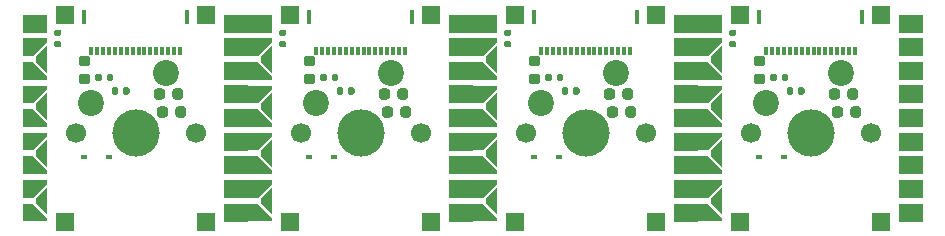
<source format=gbs>
%TF.GenerationSoftware,KiCad,Pcbnew,(5.1.9)-1*%
%TF.CreationDate,2021-10-01T07:45:35+02:00*%
%TF.ProjectId,poly_kb_1Ux4,706f6c79-5f6b-4625-9f31-5578342e6b69,rev?*%
%TF.SameCoordinates,Original*%
%TF.FileFunction,Soldermask,Bot*%
%TF.FilePolarity,Negative*%
%FSLAX46Y46*%
G04 Gerber Fmt 4.6, Leading zero omitted, Abs format (unit mm)*
G04 Created by KiCad (PCBNEW (5.1.9)-1) date 2021-10-01 07:45:35*
%MOMM*%
%LPD*%
G01*
G04 APERTURE LIST*
%ADD10R,2.000000X1.500000*%
%ADD11C,0.127000*%
%ADD12R,0.300000X0.650000*%
%ADD13R,0.300000X1.150000*%
%ADD14C,1.700000*%
%ADD15C,4.000000*%
%ADD16C,2.200000*%
%ADD17R,1.500000X1.500000*%
%ADD18R,0.600000X0.450000*%
G04 APERTURE END LIST*
%TO.C,C1*%
G36*
G01*
X166388500Y-94174500D02*
X166388500Y-94674500D01*
G75*
G02*
X166163500Y-94899500I-225000J0D01*
G01*
X165713500Y-94899500D01*
G75*
G02*
X165488500Y-94674500I0J225000D01*
G01*
X165488500Y-94174500D01*
G75*
G02*
X165713500Y-93949500I225000J0D01*
G01*
X166163500Y-93949500D01*
G75*
G02*
X166388500Y-94174500I0J-225000D01*
G01*
G37*
G36*
G01*
X164838500Y-94174500D02*
X164838500Y-94674500D01*
G75*
G02*
X164613500Y-94899500I-225000J0D01*
G01*
X164163500Y-94899500D01*
G75*
G02*
X163938500Y-94674500I0J225000D01*
G01*
X163938500Y-94174500D01*
G75*
G02*
X164163500Y-93949500I225000J0D01*
G01*
X164613500Y-93949500D01*
G75*
G02*
X164838500Y-94174500I0J-225000D01*
G01*
G37*
%TD*%
%TO.C,C1*%
G36*
G01*
X147338500Y-94174500D02*
X147338500Y-94674500D01*
G75*
G02*
X147113500Y-94899500I-225000J0D01*
G01*
X146663500Y-94899500D01*
G75*
G02*
X146438500Y-94674500I0J225000D01*
G01*
X146438500Y-94174500D01*
G75*
G02*
X146663500Y-93949500I225000J0D01*
G01*
X147113500Y-93949500D01*
G75*
G02*
X147338500Y-94174500I0J-225000D01*
G01*
G37*
G36*
G01*
X145788500Y-94174500D02*
X145788500Y-94674500D01*
G75*
G02*
X145563500Y-94899500I-225000J0D01*
G01*
X145113500Y-94899500D01*
G75*
G02*
X144888500Y-94674500I0J225000D01*
G01*
X144888500Y-94174500D01*
G75*
G02*
X145113500Y-93949500I225000J0D01*
G01*
X145563500Y-93949500D01*
G75*
G02*
X145788500Y-94174500I0J-225000D01*
G01*
G37*
%TD*%
%TO.C,C1*%
G36*
G01*
X128288500Y-94174500D02*
X128288500Y-94674500D01*
G75*
G02*
X128063500Y-94899500I-225000J0D01*
G01*
X127613500Y-94899500D01*
G75*
G02*
X127388500Y-94674500I0J225000D01*
G01*
X127388500Y-94174500D01*
G75*
G02*
X127613500Y-93949500I225000J0D01*
G01*
X128063500Y-93949500D01*
G75*
G02*
X128288500Y-94174500I0J-225000D01*
G01*
G37*
G36*
G01*
X126738500Y-94174500D02*
X126738500Y-94674500D01*
G75*
G02*
X126513500Y-94899500I-225000J0D01*
G01*
X126063500Y-94899500D01*
G75*
G02*
X125838500Y-94674500I0J225000D01*
G01*
X125838500Y-94174500D01*
G75*
G02*
X126063500Y-93949500I225000J0D01*
G01*
X126513500Y-93949500D01*
G75*
G02*
X126738500Y-94174500I0J-225000D01*
G01*
G37*
%TD*%
%TO.C,C3*%
G36*
G01*
X155681500Y-88961500D02*
X155341500Y-88961500D01*
G75*
G02*
X155201500Y-88821500I0J140000D01*
G01*
X155201500Y-88541500D01*
G75*
G02*
X155341500Y-88401500I140000J0D01*
G01*
X155681500Y-88401500D01*
G75*
G02*
X155821500Y-88541500I0J-140000D01*
G01*
X155821500Y-88821500D01*
G75*
G02*
X155681500Y-88961500I-140000J0D01*
G01*
G37*
G36*
G01*
X155681500Y-88001500D02*
X155341500Y-88001500D01*
G75*
G02*
X155201500Y-87861500I0J140000D01*
G01*
X155201500Y-87581500D01*
G75*
G02*
X155341500Y-87441500I140000J0D01*
G01*
X155681500Y-87441500D01*
G75*
G02*
X155821500Y-87581500I0J-140000D01*
G01*
X155821500Y-87861500D01*
G75*
G02*
X155681500Y-88001500I-140000J0D01*
G01*
G37*
%TD*%
%TO.C,C3*%
G36*
G01*
X136631500Y-88961500D02*
X136291500Y-88961500D01*
G75*
G02*
X136151500Y-88821500I0J140000D01*
G01*
X136151500Y-88541500D01*
G75*
G02*
X136291500Y-88401500I140000J0D01*
G01*
X136631500Y-88401500D01*
G75*
G02*
X136771500Y-88541500I0J-140000D01*
G01*
X136771500Y-88821500D01*
G75*
G02*
X136631500Y-88961500I-140000J0D01*
G01*
G37*
G36*
G01*
X136631500Y-88001500D02*
X136291500Y-88001500D01*
G75*
G02*
X136151500Y-87861500I0J140000D01*
G01*
X136151500Y-87581500D01*
G75*
G02*
X136291500Y-87441500I140000J0D01*
G01*
X136631500Y-87441500D01*
G75*
G02*
X136771500Y-87581500I0J-140000D01*
G01*
X136771500Y-87861500D01*
G75*
G02*
X136631500Y-88001500I-140000J0D01*
G01*
G37*
%TD*%
%TO.C,C3*%
G36*
G01*
X117581500Y-88961500D02*
X117241500Y-88961500D01*
G75*
G02*
X117101500Y-88821500I0J140000D01*
G01*
X117101500Y-88541500D01*
G75*
G02*
X117241500Y-88401500I140000J0D01*
G01*
X117581500Y-88401500D01*
G75*
G02*
X117721500Y-88541500I0J-140000D01*
G01*
X117721500Y-88821500D01*
G75*
G02*
X117581500Y-88961500I-140000J0D01*
G01*
G37*
G36*
G01*
X117581500Y-88001500D02*
X117241500Y-88001500D01*
G75*
G02*
X117101500Y-87861500I0J140000D01*
G01*
X117101500Y-87581500D01*
G75*
G02*
X117241500Y-87441500I140000J0D01*
G01*
X117581500Y-87441500D01*
G75*
G02*
X117721500Y-87581500I0J-140000D01*
G01*
X117721500Y-87861500D01*
G75*
G02*
X117581500Y-88001500I-140000J0D01*
G01*
G37*
%TD*%
%TO.C,C5*%
G36*
G01*
X158716500Y-91673500D02*
X158716500Y-91333500D01*
G75*
G02*
X158856500Y-91193500I140000J0D01*
G01*
X159136500Y-91193500D01*
G75*
G02*
X159276500Y-91333500I0J-140000D01*
G01*
X159276500Y-91673500D01*
G75*
G02*
X159136500Y-91813500I-140000J0D01*
G01*
X158856500Y-91813500D01*
G75*
G02*
X158716500Y-91673500I0J140000D01*
G01*
G37*
G36*
G01*
X159676500Y-91673500D02*
X159676500Y-91333500D01*
G75*
G02*
X159816500Y-91193500I140000J0D01*
G01*
X160096500Y-91193500D01*
G75*
G02*
X160236500Y-91333500I0J-140000D01*
G01*
X160236500Y-91673500D01*
G75*
G02*
X160096500Y-91813500I-140000J0D01*
G01*
X159816500Y-91813500D01*
G75*
G02*
X159676500Y-91673500I0J140000D01*
G01*
G37*
%TD*%
%TO.C,C5*%
G36*
G01*
X139666500Y-91673500D02*
X139666500Y-91333500D01*
G75*
G02*
X139806500Y-91193500I140000J0D01*
G01*
X140086500Y-91193500D01*
G75*
G02*
X140226500Y-91333500I0J-140000D01*
G01*
X140226500Y-91673500D01*
G75*
G02*
X140086500Y-91813500I-140000J0D01*
G01*
X139806500Y-91813500D01*
G75*
G02*
X139666500Y-91673500I0J140000D01*
G01*
G37*
G36*
G01*
X140626500Y-91673500D02*
X140626500Y-91333500D01*
G75*
G02*
X140766500Y-91193500I140000J0D01*
G01*
X141046500Y-91193500D01*
G75*
G02*
X141186500Y-91333500I0J-140000D01*
G01*
X141186500Y-91673500D01*
G75*
G02*
X141046500Y-91813500I-140000J0D01*
G01*
X140766500Y-91813500D01*
G75*
G02*
X140626500Y-91673500I0J140000D01*
G01*
G37*
%TD*%
%TO.C,C5*%
G36*
G01*
X120616500Y-91673500D02*
X120616500Y-91333500D01*
G75*
G02*
X120756500Y-91193500I140000J0D01*
G01*
X121036500Y-91193500D01*
G75*
G02*
X121176500Y-91333500I0J-140000D01*
G01*
X121176500Y-91673500D01*
G75*
G02*
X121036500Y-91813500I-140000J0D01*
G01*
X120756500Y-91813500D01*
G75*
G02*
X120616500Y-91673500I0J140000D01*
G01*
G37*
G36*
G01*
X121576500Y-91673500D02*
X121576500Y-91333500D01*
G75*
G02*
X121716500Y-91193500I140000J0D01*
G01*
X121996500Y-91193500D01*
G75*
G02*
X122136500Y-91333500I0J-140000D01*
G01*
X122136500Y-91673500D01*
G75*
G02*
X121996500Y-91813500I-140000J0D01*
G01*
X121716500Y-91813500D01*
G75*
G02*
X121576500Y-91673500I0J140000D01*
G01*
G37*
%TD*%
%TO.C,C6*%
G36*
G01*
X160085500Y-92816500D02*
X160085500Y-92476500D01*
G75*
G02*
X160225500Y-92336500I140000J0D01*
G01*
X160505500Y-92336500D01*
G75*
G02*
X160645500Y-92476500I0J-140000D01*
G01*
X160645500Y-92816500D01*
G75*
G02*
X160505500Y-92956500I-140000J0D01*
G01*
X160225500Y-92956500D01*
G75*
G02*
X160085500Y-92816500I0J140000D01*
G01*
G37*
G36*
G01*
X161045500Y-92816500D02*
X161045500Y-92476500D01*
G75*
G02*
X161185500Y-92336500I140000J0D01*
G01*
X161465500Y-92336500D01*
G75*
G02*
X161605500Y-92476500I0J-140000D01*
G01*
X161605500Y-92816500D01*
G75*
G02*
X161465500Y-92956500I-140000J0D01*
G01*
X161185500Y-92956500D01*
G75*
G02*
X161045500Y-92816500I0J140000D01*
G01*
G37*
%TD*%
%TO.C,C6*%
G36*
G01*
X141035500Y-92816500D02*
X141035500Y-92476500D01*
G75*
G02*
X141175500Y-92336500I140000J0D01*
G01*
X141455500Y-92336500D01*
G75*
G02*
X141595500Y-92476500I0J-140000D01*
G01*
X141595500Y-92816500D01*
G75*
G02*
X141455500Y-92956500I-140000J0D01*
G01*
X141175500Y-92956500D01*
G75*
G02*
X141035500Y-92816500I0J140000D01*
G01*
G37*
G36*
G01*
X141995500Y-92816500D02*
X141995500Y-92476500D01*
G75*
G02*
X142135500Y-92336500I140000J0D01*
G01*
X142415500Y-92336500D01*
G75*
G02*
X142555500Y-92476500I0J-140000D01*
G01*
X142555500Y-92816500D01*
G75*
G02*
X142415500Y-92956500I-140000J0D01*
G01*
X142135500Y-92956500D01*
G75*
G02*
X141995500Y-92816500I0J140000D01*
G01*
G37*
%TD*%
%TO.C,C6*%
G36*
G01*
X121985500Y-92816500D02*
X121985500Y-92476500D01*
G75*
G02*
X122125500Y-92336500I140000J0D01*
G01*
X122405500Y-92336500D01*
G75*
G02*
X122545500Y-92476500I0J-140000D01*
G01*
X122545500Y-92816500D01*
G75*
G02*
X122405500Y-92956500I-140000J0D01*
G01*
X122125500Y-92956500D01*
G75*
G02*
X121985500Y-92816500I0J140000D01*
G01*
G37*
G36*
G01*
X122945500Y-92816500D02*
X122945500Y-92476500D01*
G75*
G02*
X123085500Y-92336500I140000J0D01*
G01*
X123365500Y-92336500D01*
G75*
G02*
X123505500Y-92476500I0J-140000D01*
G01*
X123505500Y-92816500D01*
G75*
G02*
X123365500Y-92956500I-140000J0D01*
G01*
X123085500Y-92956500D01*
G75*
G02*
X122945500Y-92816500I0J140000D01*
G01*
G37*
%TD*%
%TO.C,C2*%
G36*
G01*
X158047500Y-92093500D02*
X157547500Y-92093500D01*
G75*
G02*
X157322500Y-91868500I0J225000D01*
G01*
X157322500Y-91418500D01*
G75*
G02*
X157547500Y-91193500I225000J0D01*
G01*
X158047500Y-91193500D01*
G75*
G02*
X158272500Y-91418500I0J-225000D01*
G01*
X158272500Y-91868500D01*
G75*
G02*
X158047500Y-92093500I-225000J0D01*
G01*
G37*
G36*
G01*
X158047500Y-90543500D02*
X157547500Y-90543500D01*
G75*
G02*
X157322500Y-90318500I0J225000D01*
G01*
X157322500Y-89868500D01*
G75*
G02*
X157547500Y-89643500I225000J0D01*
G01*
X158047500Y-89643500D01*
G75*
G02*
X158272500Y-89868500I0J-225000D01*
G01*
X158272500Y-90318500D01*
G75*
G02*
X158047500Y-90543500I-225000J0D01*
G01*
G37*
%TD*%
%TO.C,C2*%
G36*
G01*
X138997500Y-92093500D02*
X138497500Y-92093500D01*
G75*
G02*
X138272500Y-91868500I0J225000D01*
G01*
X138272500Y-91418500D01*
G75*
G02*
X138497500Y-91193500I225000J0D01*
G01*
X138997500Y-91193500D01*
G75*
G02*
X139222500Y-91418500I0J-225000D01*
G01*
X139222500Y-91868500D01*
G75*
G02*
X138997500Y-92093500I-225000J0D01*
G01*
G37*
G36*
G01*
X138997500Y-90543500D02*
X138497500Y-90543500D01*
G75*
G02*
X138272500Y-90318500I0J225000D01*
G01*
X138272500Y-89868500D01*
G75*
G02*
X138497500Y-89643500I225000J0D01*
G01*
X138997500Y-89643500D01*
G75*
G02*
X139222500Y-89868500I0J-225000D01*
G01*
X139222500Y-90318500D01*
G75*
G02*
X138997500Y-90543500I-225000J0D01*
G01*
G37*
%TD*%
%TO.C,C2*%
G36*
G01*
X119947500Y-92093500D02*
X119447500Y-92093500D01*
G75*
G02*
X119222500Y-91868500I0J225000D01*
G01*
X119222500Y-91418500D01*
G75*
G02*
X119447500Y-91193500I225000J0D01*
G01*
X119947500Y-91193500D01*
G75*
G02*
X120172500Y-91418500I0J-225000D01*
G01*
X120172500Y-91868500D01*
G75*
G02*
X119947500Y-92093500I-225000J0D01*
G01*
G37*
G36*
G01*
X119947500Y-90543500D02*
X119447500Y-90543500D01*
G75*
G02*
X119222500Y-90318500I0J225000D01*
G01*
X119222500Y-89868500D01*
G75*
G02*
X119447500Y-89643500I225000J0D01*
G01*
X119947500Y-89643500D01*
G75*
G02*
X120172500Y-89868500I0J-225000D01*
G01*
X120172500Y-90318500D01*
G75*
G02*
X119947500Y-90543500I-225000J0D01*
G01*
G37*
%TD*%
D10*
%TO.C,J5*%
X153606500Y-86932500D03*
D11*
G36*
X154606500Y-88182500D02*
G01*
X154606500Y-88482500D01*
X153406500Y-89682500D01*
X152606500Y-89682500D01*
X152606500Y-88182500D01*
X154606500Y-88182500D01*
G37*
G36*
X153406500Y-90182500D02*
G01*
X154606500Y-91382500D01*
X154606500Y-91682500D01*
X152606500Y-91682500D01*
X152606500Y-90182500D01*
X153406500Y-90182500D01*
G37*
G36*
X154606500Y-92182500D02*
G01*
X154606500Y-92482500D01*
X153406500Y-93682500D01*
X152606500Y-93682500D01*
X152606500Y-92182500D01*
X154606500Y-92182500D01*
G37*
G36*
X153406500Y-94182500D02*
G01*
X154606500Y-95382500D01*
X154606500Y-95682500D01*
X152606500Y-95682500D01*
X152606500Y-94182500D01*
X153406500Y-94182500D01*
G37*
G36*
X154606500Y-96182500D02*
G01*
X154606500Y-96482500D01*
X153406500Y-97682500D01*
X152606500Y-97682500D01*
X152606500Y-96182500D01*
X154606500Y-96182500D01*
G37*
G36*
X153406500Y-98182500D02*
G01*
X154606500Y-99382500D01*
X154606500Y-99682500D01*
X152606500Y-99682500D01*
X152606500Y-98182500D01*
X153406500Y-98182500D01*
G37*
G36*
X154606500Y-100182500D02*
G01*
X154606500Y-100482500D01*
X153406500Y-101682500D01*
X152606500Y-101682500D01*
X152606500Y-100182500D01*
X154606500Y-100182500D01*
G37*
G36*
X153406500Y-102182500D02*
G01*
X154606500Y-103382500D01*
X154606500Y-103682500D01*
X152606500Y-103682500D01*
X152606500Y-102182500D01*
X153406500Y-102182500D01*
G37*
G36*
X153706500Y-90182500D02*
G01*
X153706500Y-89682500D01*
X154606500Y-88782500D01*
X154606500Y-91082500D01*
X153706500Y-90182500D01*
G37*
G36*
X153706500Y-94182500D02*
G01*
X153706500Y-93682500D01*
X154606500Y-92782500D01*
X154606500Y-95082500D01*
X153706500Y-94182500D01*
G37*
G36*
X153706500Y-98182500D02*
G01*
X153706500Y-97682500D01*
X154606500Y-96782500D01*
X154606500Y-99082500D01*
X153706500Y-98182500D01*
G37*
G36*
X153706500Y-102182500D02*
G01*
X153706500Y-101682500D01*
X154606500Y-100782500D01*
X154606500Y-103082500D01*
X153706500Y-102182500D01*
G37*
%TD*%
D10*
%TO.C,J5*%
X134556500Y-86932500D03*
D11*
G36*
X135556500Y-88182500D02*
G01*
X135556500Y-88482500D01*
X134356500Y-89682500D01*
X133556500Y-89682500D01*
X133556500Y-88182500D01*
X135556500Y-88182500D01*
G37*
G36*
X134356500Y-90182500D02*
G01*
X135556500Y-91382500D01*
X135556500Y-91682500D01*
X133556500Y-91682500D01*
X133556500Y-90182500D01*
X134356500Y-90182500D01*
G37*
G36*
X135556500Y-92182500D02*
G01*
X135556500Y-92482500D01*
X134356500Y-93682500D01*
X133556500Y-93682500D01*
X133556500Y-92182500D01*
X135556500Y-92182500D01*
G37*
G36*
X134356500Y-94182500D02*
G01*
X135556500Y-95382500D01*
X135556500Y-95682500D01*
X133556500Y-95682500D01*
X133556500Y-94182500D01*
X134356500Y-94182500D01*
G37*
G36*
X135556500Y-96182500D02*
G01*
X135556500Y-96482500D01*
X134356500Y-97682500D01*
X133556500Y-97682500D01*
X133556500Y-96182500D01*
X135556500Y-96182500D01*
G37*
G36*
X134356500Y-98182500D02*
G01*
X135556500Y-99382500D01*
X135556500Y-99682500D01*
X133556500Y-99682500D01*
X133556500Y-98182500D01*
X134356500Y-98182500D01*
G37*
G36*
X135556500Y-100182500D02*
G01*
X135556500Y-100482500D01*
X134356500Y-101682500D01*
X133556500Y-101682500D01*
X133556500Y-100182500D01*
X135556500Y-100182500D01*
G37*
G36*
X134356500Y-102182500D02*
G01*
X135556500Y-103382500D01*
X135556500Y-103682500D01*
X133556500Y-103682500D01*
X133556500Y-102182500D01*
X134356500Y-102182500D01*
G37*
G36*
X134656500Y-90182500D02*
G01*
X134656500Y-89682500D01*
X135556500Y-88782500D01*
X135556500Y-91082500D01*
X134656500Y-90182500D01*
G37*
G36*
X134656500Y-94182500D02*
G01*
X134656500Y-93682500D01*
X135556500Y-92782500D01*
X135556500Y-95082500D01*
X134656500Y-94182500D01*
G37*
G36*
X134656500Y-98182500D02*
G01*
X134656500Y-97682500D01*
X135556500Y-96782500D01*
X135556500Y-99082500D01*
X134656500Y-98182500D01*
G37*
G36*
X134656500Y-102182500D02*
G01*
X134656500Y-101682500D01*
X135556500Y-100782500D01*
X135556500Y-103082500D01*
X134656500Y-102182500D01*
G37*
%TD*%
D10*
%TO.C,J5*%
X115506500Y-86932500D03*
D11*
G36*
X116506500Y-88182500D02*
G01*
X116506500Y-88482500D01*
X115306500Y-89682500D01*
X114506500Y-89682500D01*
X114506500Y-88182500D01*
X116506500Y-88182500D01*
G37*
G36*
X115306500Y-90182500D02*
G01*
X116506500Y-91382500D01*
X116506500Y-91682500D01*
X114506500Y-91682500D01*
X114506500Y-90182500D01*
X115306500Y-90182500D01*
G37*
G36*
X116506500Y-92182500D02*
G01*
X116506500Y-92482500D01*
X115306500Y-93682500D01*
X114506500Y-93682500D01*
X114506500Y-92182500D01*
X116506500Y-92182500D01*
G37*
G36*
X115306500Y-94182500D02*
G01*
X116506500Y-95382500D01*
X116506500Y-95682500D01*
X114506500Y-95682500D01*
X114506500Y-94182500D01*
X115306500Y-94182500D01*
G37*
G36*
X116506500Y-96182500D02*
G01*
X116506500Y-96482500D01*
X115306500Y-97682500D01*
X114506500Y-97682500D01*
X114506500Y-96182500D01*
X116506500Y-96182500D01*
G37*
G36*
X115306500Y-98182500D02*
G01*
X116506500Y-99382500D01*
X116506500Y-99682500D01*
X114506500Y-99682500D01*
X114506500Y-98182500D01*
X115306500Y-98182500D01*
G37*
G36*
X116506500Y-100182500D02*
G01*
X116506500Y-100482500D01*
X115306500Y-101682500D01*
X114506500Y-101682500D01*
X114506500Y-100182500D01*
X116506500Y-100182500D01*
G37*
G36*
X115306500Y-102182500D02*
G01*
X116506500Y-103382500D01*
X116506500Y-103682500D01*
X114506500Y-103682500D01*
X114506500Y-102182500D01*
X115306500Y-102182500D01*
G37*
G36*
X115606500Y-90182500D02*
G01*
X115606500Y-89682500D01*
X116506500Y-88782500D01*
X116506500Y-91082500D01*
X115606500Y-90182500D01*
G37*
G36*
X115606500Y-94182500D02*
G01*
X115606500Y-93682500D01*
X116506500Y-92782500D01*
X116506500Y-95082500D01*
X115606500Y-94182500D01*
G37*
G36*
X115606500Y-98182500D02*
G01*
X115606500Y-97682500D01*
X116506500Y-96782500D01*
X116506500Y-99082500D01*
X115606500Y-98182500D01*
G37*
G36*
X115606500Y-102182500D02*
G01*
X115606500Y-101682500D01*
X116506500Y-100782500D01*
X116506500Y-103082500D01*
X115606500Y-102182500D01*
G37*
%TD*%
D12*
%TO.C,J1*%
X158365500Y-89217500D03*
X158865500Y-89217500D03*
X159365500Y-89217500D03*
X159865500Y-89217500D03*
X160365500Y-89217500D03*
X160865500Y-89217500D03*
X161365500Y-89217500D03*
X161865500Y-89217500D03*
X162365500Y-89217500D03*
X162865500Y-89217500D03*
X163365500Y-89217500D03*
X163865500Y-89217500D03*
X164365500Y-89217500D03*
X164865500Y-89217500D03*
X165365500Y-89217500D03*
X165865500Y-89217500D03*
D13*
X157730500Y-86407500D03*
X166500500Y-86407500D03*
%TD*%
D12*
%TO.C,J1*%
X139315500Y-89217500D03*
X139815500Y-89217500D03*
X140315500Y-89217500D03*
X140815500Y-89217500D03*
X141315500Y-89217500D03*
X141815500Y-89217500D03*
X142315500Y-89217500D03*
X142815500Y-89217500D03*
X143315500Y-89217500D03*
X143815500Y-89217500D03*
X144315500Y-89217500D03*
X144815500Y-89217500D03*
X145315500Y-89217500D03*
X145815500Y-89217500D03*
X146315500Y-89217500D03*
X146815500Y-89217500D03*
D13*
X138680500Y-86407500D03*
X147450500Y-86407500D03*
%TD*%
D12*
%TO.C,J1*%
X120265500Y-89217500D03*
X120765500Y-89217500D03*
X121265500Y-89217500D03*
X121765500Y-89217500D03*
X122265500Y-89217500D03*
X122765500Y-89217500D03*
X123265500Y-89217500D03*
X123765500Y-89217500D03*
X124265500Y-89217500D03*
X124765500Y-89217500D03*
X125265500Y-89217500D03*
X125765500Y-89217500D03*
X126265500Y-89217500D03*
X126765500Y-89217500D03*
X127265500Y-89217500D03*
X127765500Y-89217500D03*
D13*
X119630500Y-86407500D03*
X128400500Y-86407500D03*
%TD*%
D14*
%TO.C,SW1*%
X167195500Y-96202500D03*
X157035500Y-96202500D03*
D15*
X162115500Y-96202500D03*
D16*
X158305500Y-93662500D03*
X164655500Y-91122500D03*
%TD*%
D14*
%TO.C,SW1*%
X148145500Y-96202500D03*
X137985500Y-96202500D03*
D15*
X143065500Y-96202500D03*
D16*
X139255500Y-93662500D03*
X145605500Y-91122500D03*
%TD*%
D14*
%TO.C,SW1*%
X129095500Y-96202500D03*
X118935500Y-96202500D03*
D15*
X124015500Y-96202500D03*
D16*
X120205500Y-93662500D03*
X126555500Y-91122500D03*
%TD*%
%TO.C,C4*%
G36*
G01*
X166134500Y-92650500D02*
X166134500Y-93150500D01*
G75*
G02*
X165909500Y-93375500I-225000J0D01*
G01*
X165459500Y-93375500D01*
G75*
G02*
X165234500Y-93150500I0J225000D01*
G01*
X165234500Y-92650500D01*
G75*
G02*
X165459500Y-92425500I225000J0D01*
G01*
X165909500Y-92425500D01*
G75*
G02*
X166134500Y-92650500I0J-225000D01*
G01*
G37*
G36*
G01*
X164584500Y-92650500D02*
X164584500Y-93150500D01*
G75*
G02*
X164359500Y-93375500I-225000J0D01*
G01*
X163909500Y-93375500D01*
G75*
G02*
X163684500Y-93150500I0J225000D01*
G01*
X163684500Y-92650500D01*
G75*
G02*
X163909500Y-92425500I225000J0D01*
G01*
X164359500Y-92425500D01*
G75*
G02*
X164584500Y-92650500I0J-225000D01*
G01*
G37*
%TD*%
%TO.C,C4*%
G36*
G01*
X147084500Y-92650500D02*
X147084500Y-93150500D01*
G75*
G02*
X146859500Y-93375500I-225000J0D01*
G01*
X146409500Y-93375500D01*
G75*
G02*
X146184500Y-93150500I0J225000D01*
G01*
X146184500Y-92650500D01*
G75*
G02*
X146409500Y-92425500I225000J0D01*
G01*
X146859500Y-92425500D01*
G75*
G02*
X147084500Y-92650500I0J-225000D01*
G01*
G37*
G36*
G01*
X145534500Y-92650500D02*
X145534500Y-93150500D01*
G75*
G02*
X145309500Y-93375500I-225000J0D01*
G01*
X144859500Y-93375500D01*
G75*
G02*
X144634500Y-93150500I0J225000D01*
G01*
X144634500Y-92650500D01*
G75*
G02*
X144859500Y-92425500I225000J0D01*
G01*
X145309500Y-92425500D01*
G75*
G02*
X145534500Y-92650500I0J-225000D01*
G01*
G37*
%TD*%
%TO.C,C4*%
G36*
G01*
X128034500Y-92650500D02*
X128034500Y-93150500D01*
G75*
G02*
X127809500Y-93375500I-225000J0D01*
G01*
X127359500Y-93375500D01*
G75*
G02*
X127134500Y-93150500I0J225000D01*
G01*
X127134500Y-92650500D01*
G75*
G02*
X127359500Y-92425500I225000J0D01*
G01*
X127809500Y-92425500D01*
G75*
G02*
X128034500Y-92650500I0J-225000D01*
G01*
G37*
G36*
G01*
X126484500Y-92650500D02*
X126484500Y-93150500D01*
G75*
G02*
X126259500Y-93375500I-225000J0D01*
G01*
X125809500Y-93375500D01*
G75*
G02*
X125584500Y-93150500I0J225000D01*
G01*
X125584500Y-92650500D01*
G75*
G02*
X125809500Y-92425500I225000J0D01*
G01*
X126259500Y-92425500D01*
G75*
G02*
X126484500Y-92650500I0J-225000D01*
G01*
G37*
%TD*%
D10*
%TO.C,J6*%
X170624500Y-94932500D03*
X170624500Y-92932500D03*
X170624500Y-90932500D03*
X170624500Y-88932500D03*
X170624500Y-96932500D03*
X170624500Y-86932500D03*
X170624500Y-98932500D03*
X170624500Y-100932500D03*
X170624500Y-102932500D03*
%TD*%
%TO.C,J6*%
X151574500Y-94932500D03*
X151574500Y-92932500D03*
X151574500Y-90932500D03*
X151574500Y-88932500D03*
X151574500Y-96932500D03*
X151574500Y-86932500D03*
X151574500Y-98932500D03*
X151574500Y-100932500D03*
X151574500Y-102932500D03*
%TD*%
%TO.C,J6*%
X132524500Y-94932500D03*
X132524500Y-92932500D03*
X132524500Y-90932500D03*
X132524500Y-88932500D03*
X132524500Y-96932500D03*
X132524500Y-86932500D03*
X132524500Y-98932500D03*
X132524500Y-100932500D03*
X132524500Y-102932500D03*
%TD*%
D17*
%TO.C,J2*%
X168084500Y-86169500D03*
%TD*%
%TO.C,J2*%
X149034500Y-86169500D03*
%TD*%
%TO.C,J2*%
X129984500Y-86169500D03*
%TD*%
D18*
%TO.C,D1*%
X159863500Y-98234500D03*
X157763500Y-98234500D03*
%TD*%
%TO.C,D1*%
X140813500Y-98234500D03*
X138713500Y-98234500D03*
%TD*%
%TO.C,D1*%
X121763500Y-98234500D03*
X119663500Y-98234500D03*
%TD*%
D17*
%TO.C,J7*%
X156146500Y-103695500D03*
%TD*%
%TO.C,J7*%
X137096500Y-103695500D03*
%TD*%
%TO.C,J7*%
X118046500Y-103695500D03*
%TD*%
%TO.C,J9*%
X168084500Y-103695500D03*
%TD*%
%TO.C,J9*%
X149034500Y-103695500D03*
%TD*%
%TO.C,J9*%
X129984500Y-103695500D03*
%TD*%
%TO.C,J8*%
X156146500Y-86169500D03*
%TD*%
%TO.C,J8*%
X137096500Y-86169500D03*
%TD*%
%TO.C,J8*%
X118046500Y-86169500D03*
%TD*%
D18*
%TO.C,D1*%
X100613500Y-98234500D03*
X102713500Y-98234500D03*
%TD*%
D13*
%TO.C,J1*%
X109350500Y-86407500D03*
X100580500Y-86407500D03*
D12*
X108715500Y-89217500D03*
X108215500Y-89217500D03*
X107715500Y-89217500D03*
X107215500Y-89217500D03*
X106715500Y-89217500D03*
X106215500Y-89217500D03*
X105715500Y-89217500D03*
X105215500Y-89217500D03*
X104715500Y-89217500D03*
X104215500Y-89217500D03*
X103715500Y-89217500D03*
X103215500Y-89217500D03*
X102715500Y-89217500D03*
X102215500Y-89217500D03*
X101715500Y-89217500D03*
X101215500Y-89217500D03*
%TD*%
D16*
%TO.C,SW1*%
X107505500Y-91122500D03*
X101155500Y-93662500D03*
D15*
X104965500Y-96202500D03*
D14*
X99885500Y-96202500D03*
X110045500Y-96202500D03*
%TD*%
D11*
%TO.C,J5*%
G36*
X96556500Y-102182500D02*
G01*
X96556500Y-101682500D01*
X97456500Y-100782500D01*
X97456500Y-103082500D01*
X96556500Y-102182500D01*
G37*
G36*
X96556500Y-98182500D02*
G01*
X96556500Y-97682500D01*
X97456500Y-96782500D01*
X97456500Y-99082500D01*
X96556500Y-98182500D01*
G37*
G36*
X96556500Y-94182500D02*
G01*
X96556500Y-93682500D01*
X97456500Y-92782500D01*
X97456500Y-95082500D01*
X96556500Y-94182500D01*
G37*
G36*
X96556500Y-90182500D02*
G01*
X96556500Y-89682500D01*
X97456500Y-88782500D01*
X97456500Y-91082500D01*
X96556500Y-90182500D01*
G37*
G36*
X96256500Y-102182500D02*
G01*
X97456500Y-103382500D01*
X97456500Y-103682500D01*
X95456500Y-103682500D01*
X95456500Y-102182500D01*
X96256500Y-102182500D01*
G37*
G36*
X97456500Y-100182500D02*
G01*
X97456500Y-100482500D01*
X96256500Y-101682500D01*
X95456500Y-101682500D01*
X95456500Y-100182500D01*
X97456500Y-100182500D01*
G37*
G36*
X96256500Y-98182500D02*
G01*
X97456500Y-99382500D01*
X97456500Y-99682500D01*
X95456500Y-99682500D01*
X95456500Y-98182500D01*
X96256500Y-98182500D01*
G37*
G36*
X97456500Y-96182500D02*
G01*
X97456500Y-96482500D01*
X96256500Y-97682500D01*
X95456500Y-97682500D01*
X95456500Y-96182500D01*
X97456500Y-96182500D01*
G37*
G36*
X96256500Y-94182500D02*
G01*
X97456500Y-95382500D01*
X97456500Y-95682500D01*
X95456500Y-95682500D01*
X95456500Y-94182500D01*
X96256500Y-94182500D01*
G37*
G36*
X97456500Y-92182500D02*
G01*
X97456500Y-92482500D01*
X96256500Y-93682500D01*
X95456500Y-93682500D01*
X95456500Y-92182500D01*
X97456500Y-92182500D01*
G37*
G36*
X96256500Y-90182500D02*
G01*
X97456500Y-91382500D01*
X97456500Y-91682500D01*
X95456500Y-91682500D01*
X95456500Y-90182500D01*
X96256500Y-90182500D01*
G37*
G36*
X97456500Y-88182500D02*
G01*
X97456500Y-88482500D01*
X96256500Y-89682500D01*
X95456500Y-89682500D01*
X95456500Y-88182500D01*
X97456500Y-88182500D01*
G37*
D10*
X96456500Y-86932500D03*
%TD*%
%TO.C,J6*%
X113474500Y-102932500D03*
X113474500Y-100932500D03*
X113474500Y-98932500D03*
X113474500Y-86932500D03*
X113474500Y-96932500D03*
X113474500Y-88932500D03*
X113474500Y-90932500D03*
X113474500Y-92932500D03*
X113474500Y-94932500D03*
%TD*%
D17*
%TO.C,J9*%
X110934500Y-103695500D03*
%TD*%
%TO.C,J8*%
X98996500Y-86169500D03*
%TD*%
%TO.C,J7*%
X98996500Y-103695500D03*
%TD*%
%TO.C,J2*%
X110934500Y-86169500D03*
%TD*%
%TO.C,C4*%
G36*
G01*
X107434500Y-92650500D02*
X107434500Y-93150500D01*
G75*
G02*
X107209500Y-93375500I-225000J0D01*
G01*
X106759500Y-93375500D01*
G75*
G02*
X106534500Y-93150500I0J225000D01*
G01*
X106534500Y-92650500D01*
G75*
G02*
X106759500Y-92425500I225000J0D01*
G01*
X107209500Y-92425500D01*
G75*
G02*
X107434500Y-92650500I0J-225000D01*
G01*
G37*
G36*
G01*
X108984500Y-92650500D02*
X108984500Y-93150500D01*
G75*
G02*
X108759500Y-93375500I-225000J0D01*
G01*
X108309500Y-93375500D01*
G75*
G02*
X108084500Y-93150500I0J225000D01*
G01*
X108084500Y-92650500D01*
G75*
G02*
X108309500Y-92425500I225000J0D01*
G01*
X108759500Y-92425500D01*
G75*
G02*
X108984500Y-92650500I0J-225000D01*
G01*
G37*
%TD*%
%TO.C,C6*%
G36*
G01*
X103895500Y-92816500D02*
X103895500Y-92476500D01*
G75*
G02*
X104035500Y-92336500I140000J0D01*
G01*
X104315500Y-92336500D01*
G75*
G02*
X104455500Y-92476500I0J-140000D01*
G01*
X104455500Y-92816500D01*
G75*
G02*
X104315500Y-92956500I-140000J0D01*
G01*
X104035500Y-92956500D01*
G75*
G02*
X103895500Y-92816500I0J140000D01*
G01*
G37*
G36*
G01*
X102935500Y-92816500D02*
X102935500Y-92476500D01*
G75*
G02*
X103075500Y-92336500I140000J0D01*
G01*
X103355500Y-92336500D01*
G75*
G02*
X103495500Y-92476500I0J-140000D01*
G01*
X103495500Y-92816500D01*
G75*
G02*
X103355500Y-92956500I-140000J0D01*
G01*
X103075500Y-92956500D01*
G75*
G02*
X102935500Y-92816500I0J140000D01*
G01*
G37*
%TD*%
%TO.C,C5*%
G36*
G01*
X102526500Y-91673500D02*
X102526500Y-91333500D01*
G75*
G02*
X102666500Y-91193500I140000J0D01*
G01*
X102946500Y-91193500D01*
G75*
G02*
X103086500Y-91333500I0J-140000D01*
G01*
X103086500Y-91673500D01*
G75*
G02*
X102946500Y-91813500I-140000J0D01*
G01*
X102666500Y-91813500D01*
G75*
G02*
X102526500Y-91673500I0J140000D01*
G01*
G37*
G36*
G01*
X101566500Y-91673500D02*
X101566500Y-91333500D01*
G75*
G02*
X101706500Y-91193500I140000J0D01*
G01*
X101986500Y-91193500D01*
G75*
G02*
X102126500Y-91333500I0J-140000D01*
G01*
X102126500Y-91673500D01*
G75*
G02*
X101986500Y-91813500I-140000J0D01*
G01*
X101706500Y-91813500D01*
G75*
G02*
X101566500Y-91673500I0J140000D01*
G01*
G37*
%TD*%
%TO.C,C3*%
G36*
G01*
X98531500Y-88001500D02*
X98191500Y-88001500D01*
G75*
G02*
X98051500Y-87861500I0J140000D01*
G01*
X98051500Y-87581500D01*
G75*
G02*
X98191500Y-87441500I140000J0D01*
G01*
X98531500Y-87441500D01*
G75*
G02*
X98671500Y-87581500I0J-140000D01*
G01*
X98671500Y-87861500D01*
G75*
G02*
X98531500Y-88001500I-140000J0D01*
G01*
G37*
G36*
G01*
X98531500Y-88961500D02*
X98191500Y-88961500D01*
G75*
G02*
X98051500Y-88821500I0J140000D01*
G01*
X98051500Y-88541500D01*
G75*
G02*
X98191500Y-88401500I140000J0D01*
G01*
X98531500Y-88401500D01*
G75*
G02*
X98671500Y-88541500I0J-140000D01*
G01*
X98671500Y-88821500D01*
G75*
G02*
X98531500Y-88961500I-140000J0D01*
G01*
G37*
%TD*%
%TO.C,C2*%
G36*
G01*
X100897500Y-90543500D02*
X100397500Y-90543500D01*
G75*
G02*
X100172500Y-90318500I0J225000D01*
G01*
X100172500Y-89868500D01*
G75*
G02*
X100397500Y-89643500I225000J0D01*
G01*
X100897500Y-89643500D01*
G75*
G02*
X101122500Y-89868500I0J-225000D01*
G01*
X101122500Y-90318500D01*
G75*
G02*
X100897500Y-90543500I-225000J0D01*
G01*
G37*
G36*
G01*
X100897500Y-92093500D02*
X100397500Y-92093500D01*
G75*
G02*
X100172500Y-91868500I0J225000D01*
G01*
X100172500Y-91418500D01*
G75*
G02*
X100397500Y-91193500I225000J0D01*
G01*
X100897500Y-91193500D01*
G75*
G02*
X101122500Y-91418500I0J-225000D01*
G01*
X101122500Y-91868500D01*
G75*
G02*
X100897500Y-92093500I-225000J0D01*
G01*
G37*
%TD*%
%TO.C,C1*%
G36*
G01*
X107688500Y-94174500D02*
X107688500Y-94674500D01*
G75*
G02*
X107463500Y-94899500I-225000J0D01*
G01*
X107013500Y-94899500D01*
G75*
G02*
X106788500Y-94674500I0J225000D01*
G01*
X106788500Y-94174500D01*
G75*
G02*
X107013500Y-93949500I225000J0D01*
G01*
X107463500Y-93949500D01*
G75*
G02*
X107688500Y-94174500I0J-225000D01*
G01*
G37*
G36*
G01*
X109238500Y-94174500D02*
X109238500Y-94674500D01*
G75*
G02*
X109013500Y-94899500I-225000J0D01*
G01*
X108563500Y-94899500D01*
G75*
G02*
X108338500Y-94674500I0J225000D01*
G01*
X108338500Y-94174500D01*
G75*
G02*
X108563500Y-93949500I225000J0D01*
G01*
X109013500Y-93949500D01*
G75*
G02*
X109238500Y-94174500I0J-225000D01*
G01*
G37*
%TD*%
M02*

</source>
